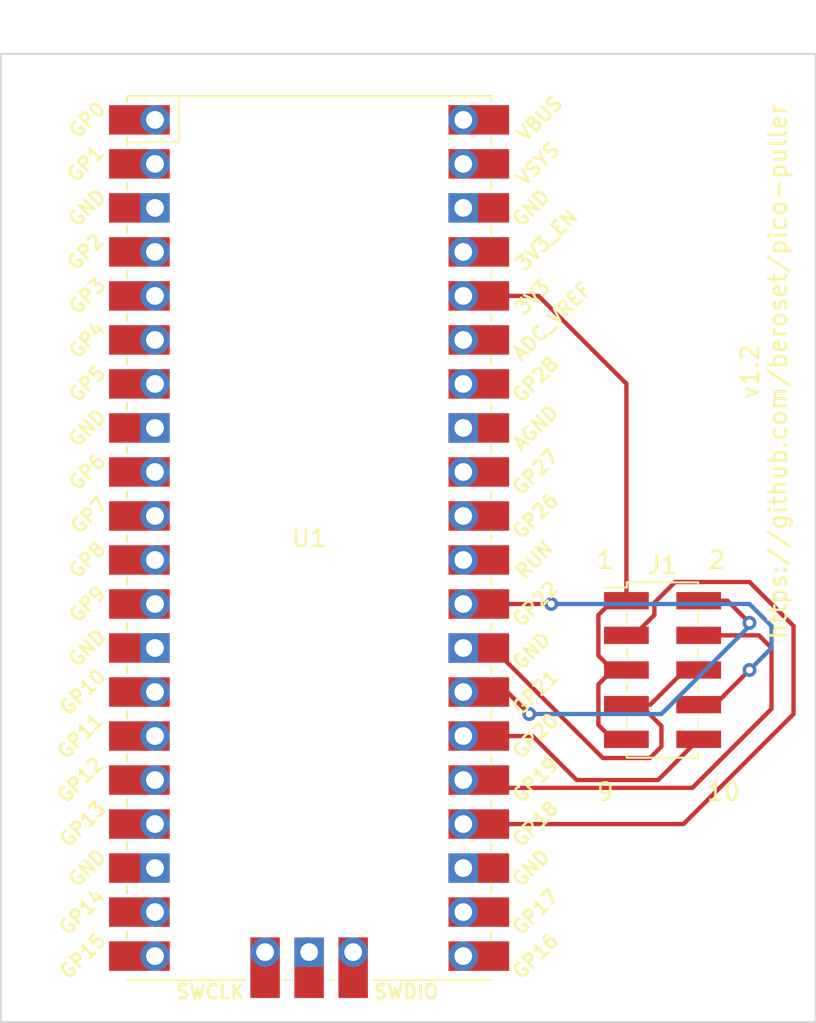
<source format=kicad_pcb>
(kicad_pcb (version 20221018) (generator pcbnew)
  (layers (0 "F.Cu" signal) (31 "B.Cu" signal) (34 "B.Paste" user) (35 "F.Paste" user) (36 "B.SilkS" user "B.Silkscreen") (37 "F.SilkS" user "F.Silkscreen") (38 "B.Mask" user) (39 "F.Mask" user) (44 "Edge.Cuts" user))
  (net 0 "")
  (net 1 "Net-(J1-Pad1)")
  (net 2 "Net-(J1-Pad2)")
  (net 3 "Net-(J1-Pad3)")
  (net 4 "Net-(J1-Pad4)")
  (net 5 "Net-(J1-Pad6)")
  (net 6 "Net-(J1-Pad8)")
  (net 7 "Net-(J1-Pad10)")
  (footprint "Connector_PinHeader_2.00mm:PinHeader_2x05_P2.00mm_Vertical_SMD" (layer "F.Cu") (at 121.985 91.44)
    (fp_text reference "J1" (at 0 -6.06) (layer "F.SilkS"))
    (fp_text value "Conn_02x05_Odd_Even")
    (fp_line (start -3.315 -4.76) (end -2.06 -4.76) (stroke (width 0.12)) (layer "F.SilkS"))
    (fp_line (start -2.06 -5.06) (end -2.06 -4.76) (stroke (width 0.12)) (layer "F.SilkS"))
    (fp_line (start -2.06 -5.06) (end 2.06 -5.06) (stroke (width 0.12)) (layer "F.SilkS"))
    (fp_line (start -2.06 -3.24) (end -2.06 -2.76) (stroke (width 0.12)) (layer "F.SilkS"))
    (fp_line (start -2.06 -1.24) (end -2.06 -0.76) (stroke (width 0.12)) (layer "F.SilkS"))
    (fp_line (start -2.06 0.76) (end -2.06 1.24) (stroke (width 0.12)) (layer "F.SilkS"))
    (fp_line (start -2.06 2.76) (end -2.06 3.24) (stroke (width 0.12)) (layer "F.SilkS"))
    (fp_line (start -2.06 4.76) (end -2.06 5.06) (stroke (width 0.12)) (layer "F.SilkS"))
    (fp_line (start -2.06 5.06) (end 2.06 5.06) (stroke (width 0.12)) (layer "F.SilkS"))
    (fp_line (start 2.06 -5.06) (end 2.06 -4.76) (stroke (width 0.12)) (layer "F.SilkS"))
    (fp_line (start 2.06 -3.24) (end 2.06 -2.76) (stroke (width 0.12)) (layer "F.SilkS"))
    (fp_line (start 2.06 -1.24) (end 2.06 -0.76) (stroke (width 0.12)) (layer "F.SilkS"))
    (fp_line (start 2.06 0.76) (end 2.06 1.24) (stroke (width 0.12)) (layer "F.SilkS"))
    (fp_line (start 2.06 2.76) (end 2.06 3.24) (stroke (width 0.12)) (layer "F.SilkS"))
    (fp_line (start 2.06 4.76) (end 2.06 5.06) (stroke (width 0.12)) (layer "F.SilkS"))
    (pad "1" smd rect (at -2.085 -4) (size 2.58 1) (layers "F.Cu" "F.Paste" "F.Mask") (net 1 "Net-(J1-Pad1)"))
    (pad "2" smd rect (at 2.085 -4) (size 2.58 1) (layers "F.Cu" "F.Paste" "F.Mask") (net 2 "Net-(J1-Pad2)"))
    (pad "3" smd rect (at -2.085 -2) (size 2.58 1) (layers "F.Cu" "F.Paste" "F.Mask") (net 3 "Net-(J1-Pad3)"))
    (pad "4" smd rect (at 2.085 -2) (size 2.58 1) (layers "F.Cu" "F.Paste" "F.Mask") (net 4 "Net-(J1-Pad4)"))
    (pad "5" smd rect (at -2.085 0) (size 2.58 1) (layers "F.Cu" "F.Paste" "F.Mask") (net 1 "Net-(J1-Pad1)"))
    (pad "6" smd rect (at 2.085 0) (size 2.58 1) (layers "F.Cu" "F.Paste" "F.Mask") (net 5 "Net-(J1-Pad6)"))
    (pad "7" smd rect (at -2.085 2) (size 2.58 1) (layers "F.Cu" "F.Paste" "F.Mask") (net 5 "Net-(J1-Pad6)"))
    (pad "8" smd rect (at 2.085 2) (size 2.58 1) (layers "F.Cu" "F.Paste" "F.Mask") (net 6 "Net-(J1-Pad8)"))
    (pad "9" smd rect (at -2.085 4) (size 2.58 1) (layers "F.Cu" "F.Paste" "F.Mask") (net 1 "Net-(J1-Pad1)"))
    (pad "10" smd rect (at 2.085 4) (size 2.58 1) (layers "F.Cu" "F.Paste" "F.Mask") (net 7 "Net-(J1-Pad10)"))
  )
  (footprint "MCU_RaspberryPi_and_Boards:RPi_Pico_SMD_TH" (layer "F.Cu") (at 101.6 83.82)
    (fp_text reference "U1" (at 0 0) (layer "F.SilkS"))
    (fp_text value "Pico")
    (fp_text user "GP2" (at -12.9 -16.51 45) (layer "F.SilkS") (effects (font (size 0.8 0.8))))
    (fp_text user "GP6" (at -12.8 -3.81 45) (layer "F.SilkS") (effects (font (size 0.8 0.8))))
    (fp_text user "GP20" (at 13.054 11.43 45) (layer "F.SilkS") (effects (font (size 0.8 0.8))))
    (fp_text user "GP21" (at 13.054 8.9 45) (layer "F.SilkS") (effects (font (size 0.8 0.8))))
    (fp_text user "ADC_VREF" (at 14 -12.5 45) (layer "F.SilkS") (effects (font (size 0.8 0.8))))
    (fp_text user "GP10" (at -13.054 8.89 45) (layer "F.SilkS") (effects (font (size 0.8 0.8))))
    (fp_text user "GP17" (at 13.054 21.59 45) (layer "F.SilkS") (effects (font (size 0.8 0.8))))
    (fp_text user "AGND" (at 13.054 -6.35 45) (layer "F.SilkS") (effects (font (size 0.8 0.8))))
    (fp_text user "GP27" (at 13.054 -3.8 45) (layer "F.SilkS") (effects (font (size 0.8 0.8))))
    (fp_text user "GP12" (at -13.2 13.97 45) (layer "F.SilkS") (effects (font (size 0.8 0.8))))
    (fp_text user "GP16" (at 13.054 24.13 45) (layer "F.SilkS") (effects (font (size 0.8 0.8))))
    (fp_text user "GP9" (at -12.8 3.81 45) (layer "F.SilkS") (effects (font (size 0.8 0.8))))
    (fp_text user "GP8" (at -12.8 1.27 45) (layer "F.SilkS") (effects (font (size 0.8 0.8))))
    (fp_text user "VBUS" (at 13.3 -24.2 45) (layer "F.SilkS") (effects (font (size 0.8 0.8))))
    (fp_text user "VSYS" (at 13.2 -21.59 45) (layer "F.SilkS") (effects (font (size 0.8 0.8))))
    (fp_text user "SWCLK" (at -5.7 26.2) (layer "F.SilkS") (effects (font (size 0.8 0.8))))
    (fp_text user "GP11" (at -13.2 11.43 45) (layer "F.SilkS") (effects (font (size 0.8 0.8))))
    (fp_text user "GND" (at 12.8 -19.05 45) (layer "F.SilkS") (effects (font (size 0.8 0.8))))
    (fp_text user "GP18" (at 13.054 16.51 45) (layer "F.SilkS") (effects (font (size 0.8 0.8))))
    (fp_text user "GP3" (at -12.8 -13.97 45) (layer "F.SilkS") (effects (font (size 0.8 0.8))))
    (fp_text user "GP7" (at -12.7 -1.3 45) (layer "F.SilkS") (effects (font (size 0.8 0.8))))
    (fp_text user "GP0" (at -12.8 -24.13 45) (layer "F.SilkS") (effects (font (size 0.8 0.8))))
    (fp_text user "GND" (at 12.833693 6.51744 45) (layer "F.SilkS") (effects (font (size 0.8 0.8))))
    (fp_text user "3V3" (at 12.9 -13.9 45) (layer "F.SilkS") (effects (font (size 0.8 0.8))))
    (fp_text user "GND" (at -12.8 19.05 45) (layer "F.SilkS") (effects (font (size 0.8 0.8))))
    (fp_text user "GP28" (at 13.054 -9.144 45) (layer "F.SilkS") (effects (font (size 0.8 0.8))))
    (fp_text user "GND" (at 12.8 19.05 45) (layer "F.SilkS") (effects (font (size 0.8 0.8))))
    (fp_text user "GND" (at -12.8 -6.35 45) (layer "F.SilkS") (effects (font (size 0.8 0.8))))
    (fp_text user "GP1" (at -12.9 -21.6 45) (layer "F.SilkS") (effects (font (size 0.8 0.8))))
    (fp_text user "GP22" (at 13.054 3.81 45) (layer "F.SilkS") (effects (font (size 0.8 0.8))))
    (fp_text user "3V3_EN" (at 13.7 -17.2 45) (layer "F.SilkS") (effects (font (size 0.8 0.8))))
    (fp_text user "GP13" (at -13.054 16.51 45) (layer "F.SilkS") (effects (font (size 0.8 0.8))))
    (fp_text user "GP5" (at -12.8 -8.89 45) (layer "F.SilkS") (effects (font (size 0.8 0.8))))
    (fp_text user "GP4" (at -12.8 -11.43 45) (layer "F.SilkS") (effects (font (size 0.8 0.8))))
    (fp_text user "GP26" (at 13.054 -1.27 45) (layer "F.SilkS") (effects (font (size 0.8 0.8))))
    (fp_text user "GND" (at -12.8 -19.05 45) (layer "F.SilkS") (effects (font (size 0.8 0.8))))
    (fp_text user "GP14" (at -13.1 21.59 45) (layer "F.SilkS") (effects (font (size 0.8 0.8))))
    (fp_text user "GP15" (at -13.054 24.13 45) (layer "F.SilkS") (effects (font (size 0.8 0.8))))
    (fp_text user "GP19" (at 13.054 13.97 45) (layer "F.SilkS") (effects (font (size 0.8 0.8))))
    (fp_text user "RUN" (at 13 1.27 45) (layer "F.SilkS") (effects (font (size 0.8 0.8))))
    (fp_text user "SWDIO" (at 5.6 26.2) (layer "F.SilkS") (effects (font (size 0.8 0.8))))
    (fp_text user "GND" (at -12.8 6.35 45) (layer "F.SilkS") (effects (font (size 0.8 0.8))))
    (fp_line (start -10.5 -25.5) (end -10.5 -25.2) (stroke (width 0.12)) (layer "F.SilkS"))
    (fp_line (start -10.5 -25.5) (end 10.5 -25.5) (stroke (width 0.12)) (layer "F.SilkS"))
    (fp_line (start -10.5 -23.1) (end -10.5 -22.7) (stroke (width 0.12)) (layer "F.SilkS"))
    (fp_line (start -10.5 -22.833) (end -7.493 -22.833) (stroke (width 0.12)) (layer "F.SilkS"))
    (fp_line (start -10.5 -20.5) (end -10.5 -20.1) (stroke (width 0.12)) (layer "F.SilkS"))
    (fp_line (start -10.5 -18) (end -10.5 -17.6) (stroke (width 0.12)) (layer "F.SilkS"))
    (fp_line (start -10.5 -15.4) (end -10.5 -15) (stroke (width 0.12)) (layer "F.SilkS"))
    (fp_line (start -10.5 -12.9) (end -10.5 -12.5) (stroke (width 0.12)) (layer "F.SilkS"))
    (fp_line (start -10.5 -10.4) (end -10.5 -10) (stroke (width 0.12)) (layer "F.SilkS"))
    (fp_line (start -10.5 -7.8) (end -10.5 -7.4) (stroke (width 0.12)) (layer "F.SilkS"))
    (fp_line (start -10.5 -5.3) (end -10.5 -4.9) (stroke (width 0.12)) (layer "F.SilkS"))
    (fp_line (start -10.5 -2.7) (end -10.5 -2.3) (stroke (width 0.12)) (layer "F.SilkS"))
    (fp_line (start -10.5 -0.2) (end -10.5 0.2) (stroke (width 0.12)) (layer "F.SilkS"))
    (fp_line (start -10.5 2.3) (end -10.5 2.7) (stroke (width 0.12)) (layer "F.SilkS"))
    (fp_line (start -10.5 4.9) (end -10.5 5.3) (stroke (width 0.12)) (layer "F.SilkS"))
    (fp_line (start -10.5 7.4) (end -10.5 7.8) (stroke (width 0.12)) (layer "F.SilkS"))
    (fp_line (start -10.5 10) (end -10.5 10.4) (stroke (width 0.12)) (layer "F.SilkS"))
    (fp_line (start -10.5 12.5) (end -10.5 12.9) (stroke (width 0.12)) (layer "F.SilkS"))
    (fp_line (start -10.5 15.1) (end -10.5 15.5) (stroke (width 0.12)) (layer "F.SilkS"))
    (fp_line (start -10.5 17.6) (end -10.5 18) (stroke (width 0.12)) (layer "F.SilkS"))
    (fp_line (start -10.5 20.1) (end -10.5 20.5) (stroke (width 0.12)) (layer "F.SilkS"))
    (fp_line (start -10.5 22.7) (end -10.5 23.1) (stroke (width 0.12)) (layer "F.SilkS"))
    (fp_line (start -7.493 -22.833) (end -7.493 -25.5) (stroke (width 0.12)) (layer "F.SilkS"))
    (fp_line (start -3.7 25.5) (end -10.5 25.5) (stroke (width 0.12)) (layer "F.SilkS"))
    (fp_line (start -1.5 25.5) (end -1.1 25.5) (stroke (width 0.12)) (layer "F.SilkS"))
    (fp_line (start 1.1 25.5) (end 1.5 25.5) (stroke (width 0.12)) (layer "F.SilkS"))
    (fp_line (start 10.5 -25.5) (end 10.5 -25.2) (stroke (width 0.12)) (layer "F.SilkS"))
    (fp_line (start 10.5 -23.1) (end 10.5 -22.7) (stroke (width 0.12)) (layer "F.SilkS"))
    (fp_line (start 10.5 -20.5) (end 10.5 -20.1) (stroke (width 0.12)) (layer "F.SilkS"))
    (fp_line (start 10.5 -18) (end 10.5 -17.6) (stroke (width 0.12)) (layer "F.SilkS"))
    (fp_line (start 10.5 -15.4) (end 10.5 -15) (stroke (width 0.12)) (layer "F.SilkS"))
    (fp_line (start 10.5 -12.9) (end 10.5 -12.5) (stroke (width 0.12)) (layer "F.SilkS"))
    (fp_line (start 10.5 -10.4) (end 10.5 -10) (stroke (width 0.12)) (layer "F.SilkS"))
    (fp_line (start 10.5 -7.8) (end 10.5 -7.4) (stroke (width 0.12)) (layer "F.SilkS"))
    (fp_line (start 10.5 -5.3) (end 10.5 -4.9) (stroke (width 0.12)) (layer "F.SilkS"))
    (fp_line (start 10.5 -2.7) (end 10.5 -2.3) (stroke (width 0.12)) (layer "F.SilkS"))
    (fp_line (start 10.5 -0.2) (end 10.5 0.2) (stroke (width 0.12)) (layer "F.SilkS"))
    (fp_line (start 10.5 2.3) (end 10.5 2.7) (stroke (width 0.12)) (layer "F.SilkS"))
    (fp_line (start 10.5 4.9) (end 10.5 5.3) (stroke (width 0.12)) (layer "F.SilkS"))
    (fp_line (start 10.5 7.4) (end 10.5 7.8) (stroke (width 0.12)) (layer "F.SilkS"))
    (fp_line (start 10.5 10) (end 10.5 10.4) (stroke (width 0.12)) (layer "F.SilkS"))
    (fp_line (start 10.5 12.5) (end 10.5 12.9) (stroke (width 0.12)) (layer "F.SilkS"))
    (fp_line (start 10.5 15.1) (end 10.5 15.5) (stroke (width 0.12)) (layer "F.SilkS"))
    (fp_line (start 10.5 17.6) (end 10.5 18) (stroke (width 0.12)) (layer "F.SilkS"))
    (fp_line (start 10.5 20.1) (end 10.5 20.5) (stroke (width 0.12)) (layer "F.SilkS"))
    (fp_line (start 10.5 22.7) (end 10.5 23.1) (stroke (width 0.12)) (layer "F.SilkS"))
    (fp_line (start 10.5 25.5) (end 3.7 25.5) (stroke (width 0.12)) (layer "F.SilkS"))
    (pad "" np_thru_hole oval (at -2.725 -24) (size 1.8 1.8) (drill 1.8) (layers "*.Cu" "*.Mask"))
    (pad "" np_thru_hole oval (at -2.425 -20.97) (size 1.5 1.5) (drill 1.5) (layers "*.Cu" "*.Mask"))
    (pad "" np_thru_hole oval (at 2.425 -20.97) (size 1.5 1.5) (drill 1.5) (layers "*.Cu" "*.Mask"))
    (pad "" np_thru_hole oval (at 2.725 -24) (size 1.8 1.8) (drill 1.8) (layers "*.Cu" "*.Mask"))
    (pad "1" thru_hole oval (at -8.89 -24.13) (size 1.7 1.7) (drill 1.02) (layers "*.Cu" "*.Mask"))
    (pad "1" smd rect (at -8.89 -24.13) (size 3.5 1.7) (drill (offset -0.9 0)) (layers "F.Cu" "F.Mask"))
    (pad "2" thru_hole oval (at -8.89 -21.59) (size 1.7 1.7) (drill 1.02) (layers "*.Cu" "*.Mask"))
    (pad "2" smd rect (at -8.89 -21.59) (size 3.5 1.7) (drill (offset -0.9 0)) (layers "F.Cu" "F.Mask"))
    (pad "3" thru_hole rect (at -8.89 -19.05) (size 1.7 1.7) (drill 1.02) (layers "*.Cu" "*.Mask"))
    (pad "3" smd rect (at -8.89 -19.05) (size 3.5 1.7) (drill (offset -0.9 0)) (layers "F.Cu" "F.Mask"))
    (pad "4" thru_hole oval (at -8.89 -16.51) (size 1.7 1.7) (drill 1.02) (layers "*.Cu" "*.Mask"))
    (pad "4" smd rect (at -8.89 -16.51) (size 3.5 1.7) (drill (offset -0.9 0)) (layers "F.Cu" "F.Mask"))
    (pad "5" thru_hole oval (at -8.89 -13.97) (size 1.7 1.7) (drill 1.02) (layers "*.Cu" "*.Mask"))
    (pad "5" smd rect (at -8.89 -13.97) (size 3.5 1.7) (drill (offset -0.9 0)) (layers "F.Cu" "F.Mask"))
    (pad "6" thru_hole oval (at -8.89 -11.43) (size 1.7 1.7) (drill 1.02) (layers "*.Cu" "*.Mask"))
    (pad "6" smd rect (at -8.89 -11.43) (size 3.5 1.7) (drill (offset -0.9 0)) (layers "F.Cu" "F.Mask"))
    (pad "7" thru_hole oval (at -8.89 -8.89) (size 1.7 1.7) (drill 1.02) (layers "*.Cu" "*.Mask"))
    (pad "7" smd rect (at -8.89 -8.89) (size 3.5 1.7) (drill (offset -0.9 0)) (layers "F.Cu" "F.Mask"))
    (pad "8" thru_hole rect (at -8.89 -6.35) (size 1.7 1.7) (drill 1.02) (layers "*.Cu" "*.Mask"))
    (pad "8" smd rect (at -8.89 -6.35) (size 3.5 1.7) (drill (offset -0.9 0)) (layers "F.Cu" "F.Mask"))
    (pad "9" thru_hole oval (at -8.89 -3.81) (size 1.7 1.7) (drill 1.02) (layers "*.Cu" "*.Mask"))
    (pad "9" smd rect (at -8.89 -3.81) (size 3.5 1.7) (drill (offset -0.9 0)) (layers "F.Cu" "F.Mask"))
    (pad "10" thru_hole oval (at -8.89 -1.27) (size 1.7 1.7) (drill 1.02) (layers "*.Cu" "*.Mask"))
    (pad "10" smd rect (at -8.89 -1.27) (size 3.5 1.7) (drill (offset -0.9 0)) (layers "F.Cu" "F.Mask"))
    (pad "11" thru_hole oval (at -8.89 1.27) (size 1.7 1.7) (drill 1.02) (layers "*.Cu" "*.Mask"))
    (pad "11" smd rect (at -8.89 1.27) (size 3.5 1.7) (drill (offset -0.9 0)) (layers "F.Cu" "F.Mask"))
    (pad "12" thru_hole oval (at -8.89 3.81) (size 1.7 1.7) (drill 1.02) (layers "*.Cu" "*.Mask"))
    (pad "12" smd rect (at -8.89 3.81) (size 3.5 1.7) (drill (offset -0.9 0)) (layers "F.Cu" "F.Mask"))
    (pad "13" thru_hole rect (at -8.89 6.35) (size 1.7 1.7) (drill 1.02) (layers "*.Cu" "*.Mask"))
    (pad "13" smd rect (at -8.89 6.35) (size 3.5 1.7) (drill (offset -0.9 0)) (layers "F.Cu" "F.Mask"))
    (pad "14" thru_hole oval (at -8.89 8.89) (size 1.7 1.7) (drill 1.02) (layers "*.Cu" "*.Mask"))
    (pad "14" smd rect (at -8.89 8.89) (size 3.5 1.7) (drill (offset -0.9 0)) (layers "F.Cu" "F.Mask"))
    (pad "15" thru_hole oval (at -8.89 11.43) (size 1.7 1.7) (drill 1.02) (layers "*.Cu" "*.Mask"))
    (pad "15" smd rect (at -8.89 11.43) (size 3.5 1.7) (drill (offset -0.9 0)) (layers "F.Cu" "F.Mask"))
    (pad "16" thru_hole oval (at -8.89 13.97) (size 1.7 1.7) (drill 1.02) (layers "*.Cu" "*.Mask"))
    (pad "16" smd rect (at -8.89 13.97) (size 3.5 1.7) (drill (offset -0.9 0)) (layers "F.Cu" "F.Mask"))
    (pad "17" thru_hole oval (at -8.89 16.51) (size 1.7 1.7) (drill 1.02) (layers "*.Cu" "*.Mask"))
    (pad "17" smd rect (at -8.89 16.51) (size 3.5 1.7) (drill (offset -0.9 0)) (layers "F.Cu" "F.Mask"))
    (pad "18" thru_hole rect (at -8.89 19.05) (size 1.7 1.7) (drill 1.02) (layers "*.Cu" "*.Mask"))
    (pad "18" smd rect (at -8.89 19.05) (size 3.5 1.7) (drill (offset -0.9 0)) (layers "F.Cu" "F.Mask"))
    (pad "19" thru_hole oval (at -8.89 21.59) (size 1.7 1.7) (drill 1.02) (layers "*.Cu" "*.Mask"))
    (pad "19" smd rect (at -8.89 21.59) (size 3.5 1.7) (drill (offset -0.9 0)) (layers "F.Cu" "F.Mask"))
    (pad "20" thru_hole oval (at -8.89 24.13) (size 1.7 1.7) (drill 1.02) (layers "*.Cu" "*.Mask"))
    (pad "20" smd rect (at -8.89 24.13) (size 3.5 1.7) (drill (offset -0.9 0)) (layers "F.Cu" "F.Mask"))
    (pad "21" thru_hole oval (at 8.89 24.13) (size 1.7 1.7) (drill 1.02) (layers "*.Cu" "*.Mask"))
    (pad "21" smd rect (at 8.89 24.13) (size 3.5 1.7) (drill (offset 0.9 0)) (layers "F.Cu" "F.Mask"))
    (pad "22" thru_hole oval (at 8.89 21.59) (size 1.7 1.7) (drill 1.02) (layers "*.Cu" "*.Mask"))
    (pad "22" smd rect (at 8.89 21.59) (size 3.5 1.7) (drill (offset 0.9 0)) (layers "F.Cu" "F.Mask"))
    (pad "23" thru_hole rect (at 8.89 19.05) (size 1.7 1.7) (drill 1.02) (layers "*.Cu" "*.Mask"))
    (pad "23" smd rect (at 8.89 19.05) (size 3.5 1.7) (drill (offset 0.9 0)) (layers "F.Cu" "F.Mask"))
    (pad "24" thru_hole oval (at 8.89 16.51) (size 1.7 1.7) (drill 1.02) (layers "*.Cu" "*.Mask") (net 3 "Net-(J1-Pad3)"))
    (pad "24" smd rect (at 8.89 16.51) (size 3.5 1.7) (drill (offset 0.9 0)) (layers "F.Cu" "F.Mask") (net 3 "Net-(J1-Pad3)"))
    (pad "25" thru_hole oval (at 8.89 13.97) (size 1.7 1.7) (drill 1.02) (layers "*.Cu" "*.Mask") (net 4 "Net-(J1-Pad4)"))
    (pad "25" smd rect (at 8.89 13.97) (size 3.5 1.7) (drill (offset 0.9 0)) (layers "F.Cu" "F.Mask") (net 4 "Net-(J1-Pad4)"))
    (pad "26" thru_hole oval (at 8.89 11.43) (size 1.7 1.7) (drill 1.02) (layers "*.Cu" "*.Mask") (net 7 "Net-(J1-Pad10)"))
    (pad "26" smd rect (at 8.89 11.43) (size 3.5 1.7) (drill (offset 0.9 0)) (layers "F.Cu" "F.Mask") (net 7 "Net-(J1-Pad10)"))
    (pad "27" thru_hole oval (at 8.89 8.89) (size 1.7 1.7) (drill 1.02) (layers "*.Cu" "*.Mask") (net 2 "Net-(J1-Pad2)"))
    (pad "27" smd rect (at 8.89 8.89) (size 3.5 1.7) (drill (offset 0.9 0)) (layers "F.Cu" "F.Mask") (net 2 "Net-(J1-Pad2)"))
    (pad "28" thru_hole rect (at 8.89 6.35) (size 1.7 1.7) (drill 1.02) (layers "*.Cu" "*.Mask") (net 5 "Net-(J1-Pad6)"))
    (pad "28" smd rect (at 8.89 6.35) (size 3.5 1.7) (drill (offset 0.9 0)) (layers "F.Cu" "F.Mask") (net 5 "Net-(J1-Pad6)"))
    (pad "29" thru_hole oval (at 8.89 3.81) (size 1.7 1.7) (drill 1.02) (layers "*.Cu" "*.Mask") (net 6 "Net-(J1-Pad8)"))
    (pad "29" smd rect (at 8.89 3.81) (size 3.5 1.7) (drill (offset 0.9 0)) (layers "F.Cu" "F.Mask") (net 6 "Net-(J1-Pad8)"))
    (pad "30" thru_hole oval (at 8.89 1.27) (size 1.7 1.7) (drill 1.02) (layers "*.Cu" "*.Mask"))
    (pad "30" smd rect (at 8.89 1.27) (size 3.5 1.7) (drill (offset 0.9 0)) (layers "F.Cu" "F.Mask"))
    (pad "31" thru_hole oval (at 8.89 -1.27) (size 1.7 1.7) (drill 1.02) (layers "*.Cu" "*.Mask"))
    (pad "31" smd rect (at 8.89 -1.27) (size 3.5 1.7) (drill (offset 0.9 0)) (layers "F.Cu" "F.Mask"))
    (pad "32" thru_hole oval (at 8.89 -3.81) (size 1.7 1.7) (drill 1.02) (layers "*.Cu" "*.Mask"))
    (pad "32" smd rect (at 8.89 -3.81) (size 3.5 1.7) (drill (offset 0.9 0)) (layers "F.Cu" "F.Mask"))
    (pad "33" thru_hole rect (at 8.89 -6.35) (size 1.7 1.7) (drill 1.02) (layers "*.Cu" "*.Mask"))
    (pad "33" smd rect (at 8.89 -6.35) (size 3.5 1.7) (drill (offset 0.9 0)) (layers "F.Cu" "F.Mask"))
    (pad "34" thru_hole oval (at 8.89 -8.89) (size 1.7 1.7) (drill 1.02) (layers "*.Cu" "*.Mask"))
    (pad "34" smd rect (at 8.89 -8.89) (size 3.5 1.7) (drill (offset 0.9 0)) (layers "F.Cu" "F.Mask"))
    (pad "35" thru_hole oval (at 8.89 -11.43) (size 1.7 1.7) (drill 1.02) (layers "*.Cu" "*.Mask"))
    (pad "35" smd rect (at 8.89 -11.43) (size 3.5 1.7) (drill (offset 0.9 0)) (layers "F.Cu" "F.Mask"))
    (pad "36" thru_hole oval (at 8.89 -13.97) (size 1.7 1.7) (drill 1.02) (layers "*.Cu" "*.Mask") (net 1 "Net-(J1-Pad1)"))
    (pad "36" smd rect (at 8.89 -13.97) (size 3.5 1.7) (drill (offset 0.9 0)) (layers "F.Cu" "F.Mask") (net 1 "Net-(J1-Pad1)"))
    (pad "37" thru_hole oval (at 8.89 -16.51) (size 1.7 1.7) (drill 1.02) (layers "*.Cu" "*.Mask"))
    (pad "37" smd rect (at 8.89 -16.51) (size 3.5 1.7) (drill (offset 0.9 0)) (layers "F.Cu" "F.Mask"))
    (pad "38" thru_hole rect (at 8.89 -19.05) (size 1.7 1.7) (drill 1.02) (layers "*.Cu" "*.Mask"))
    (pad "38" smd rect (at 8.89 -19.05) (size 3.5 1.7) (drill (offset 0.9 0)) (layers "F.Cu" "F.Mask"))
    (pad "39" thru_hole oval (at 8.89 -21.59) (size 1.7 1.7) (drill 1.02) (layers "*.Cu" "*.Mask"))
    (pad "39" smd rect (at 8.89 -21.59) (size 3.5 1.7) (drill (offset 0.9 0)) (layers "F.Cu" "F.Mask"))
    (pad "40" thru_hole oval (at 8.89 -24.13) (size 1.7 1.7) (drill 1.02) (layers "*.Cu" "*.Mask"))
    (pad "40" smd rect (at 8.89 -24.13) (size 3.5 1.7) (drill (offset 0.9 0)) (layers "F.Cu" "F.Mask"))
    (pad "41" thru_hole oval (at -2.54 23.9) (size 1.7 1.7) (drill 1.02) (layers "*.Cu" "*.Mask"))
    (pad "41" smd rect (at -2.54 23.9 90) (size 3.5 1.7) (drill (offset -0.9 0)) (layers "F.Cu" "F.Mask"))
    (pad "42" thru_hole rect (at 0 23.9) (size 1.7 1.7) (drill 1.02) (layers "*.Cu" "*.Mask"))
    (pad "42" smd rect (at 0 23.9 90) (size 3.5 1.7) (drill (offset -0.9 0)) (layers "F.Cu" "F.Mask"))
    (pad "43" thru_hole oval (at 2.54 23.9) (size 1.7 1.7) (drill 1.02) (layers "*.Cu" "*.Mask"))
    (pad "43" smd rect (at 2.54 23.9 90) (size 3.5 1.7) (drill (offset -0.9 0)) (layers "F.Cu" "F.Mask"))
  )
  (gr_rect (start 83.82 55.88) (end 130.81 111.76) (stroke (width 0.1)) (fill none) (layer "Edge.Cuts"))
  (gr_text "9" (at 118.11 99.06) (layer "F.SilkS") (effects (font (size 1 1)) (justify left bottom)))
  (gr_text "1" (at 118.101277 85.661971) (layer "F.SilkS") (effects (font (size 1 1)) (justify left bottom)))
  (gr_text "10" (at 124.46 99.06) (layer "F.SilkS") (effects (font (size 1 1)) (justify left bottom)))
  (gr_text "2" (at 124.525716 85.6742) (layer "F.SilkS") (effects (font (size 1 1)) (justify left bottom)))
  (gr_text "v1.2\nhttps://github.com/beroset/pico-puller\n" (at 127.831908 74.225803 90) (layer "F.SilkS") (effects (font (size 1 1))))
  (segment (start 118.285489 94.615489) (end 119.11 95.44) (width 0.25) (layer "F.Cu") (net 1))
  (segment (start 119.9 74.92) (end 114.83 69.85) (width 0.25) (layer "F.Cu") (net 1))
  (segment (start 119.11 91.44) (end 118.285489 92.264511) (width 0.25) (layer "F.Cu") (net 1))
  (segment (start 119.9 87.44) (end 119.11 87.44) (width 0.25) (layer "F.Cu") (net 1))
  (segment (start 119.11 95.44) (end 119.9 95.44) (width 0.25) (layer "F.Cu") (net 1))
  (segment (start 118.285489 88.264511) (end 118.285489 90.615489) (width 0.25) (layer "F.Cu") (net 1))
  (segment (start 119.11 87.44) (end 118.285489 88.264511) (width 0.25) (layer "F.Cu") (net 1))
  (segment (start 120.035 91.44) (end 119.205 91.44) (width 0.25) (layer "F.Cu") (net 1))
  (segment (start 118.285489 92.264511) (end 118.285489 94.615489) (width 0.25) (layer "F.Cu") (net 1))
  (segment (start 114.83 69.85) (end 110.49 69.85) (width 0.25) (layer "F.Cu") (net 1))
  (segment (start 119.9 87.44) (end 119.9 74.92) (width 0.25) (layer "F.Cu") (net 1))
  (segment (start 119.9 91.44) (end 119.11 91.44) (width 0.25) (layer "F.Cu") (net 1))
  (segment (start 118.285489 90.615489) (end 119.11 91.44) (width 0.25) (layer "F.Cu") (net 1))
  (segment (start 125.7245 87.44) (end 127 88.7155) (width 0.25) (layer "F.Cu") (net 2))
  (segment (start 114.3 93.98) (end 113.03 92.71) (width 0.25) (layer "F.Cu") (net 2))
  (segment (start 124.07 87.44) (end 125.7245 87.44) (width 0.25) (layer "F.Cu") (net 2))
  (via (at 127 88.7155) (size 0.8) (drill 0.4) (layers "F.Cu" "B.Cu") (net 2))
  (via (at 114.3 93.98) (size 0.8) (drill 0.4) (layers "F.Cu" "B.Cu") (net 2))
  (segment (start 114.3 93.98) (end 115.57 93.98) (width 0.25) (layer "B.Cu") (net 2))
  (segment (start 121.92 93.98) (end 127 88.9) (width 0.25) (layer "B.Cu") (net 2))
  (segment (start 127 88.9) (end 127 88.7155) (width 0.25) (layer "B.Cu") (net 2))
  (segment (start 115.57 93.98) (end 121.92 93.98) (width 0.25) (layer "B.Cu") (net 2))
  (segment (start 129.54 93.98) (end 129.54 88.9) (width 0.25) (layer "F.Cu") (net 3))
  (segment (start 110.49 100.33) (end 123.19 100.33) (width 0.25) (layer "F.Cu") (net 3))
  (segment (start 127 86.36) (end 122.710978 86.36) (width 0.25) (layer "F.Cu") (net 3))
  (segment (start 129.54 88.9) (end 127 86.36) (width 0.25) (layer "F.Cu") (net 3))
  (segment (start 120.339022 89.44) (end 119.9 89.44) (width 0.25) (layer "F.Cu") (net 3))
  (segment (start 122.710978 86.36) (end 121.514511 87.556467) (width 0.25) (layer "F.Cu") (net 3))
  (segment (start 121.514511 87.556467) (end 121.514511 88.264511) (width 0.25) (layer "F.Cu") (net 3))
  (segment (start 123.19 100.33) (end 129.54 93.98) (width 0.25) (layer "F.Cu") (net 3))
  (segment (start 121.514511 88.264511) (end 120.339022 89.44) (width 0.25) (layer "F.Cu") (net 3))
  (segment (start 110.49 97.79) (end 110.939511 98.239511) (width 0.25) (layer "F.Cu") (net 4))
  (segment (start 128.27 90.17) (end 127.54 89.44) (width 0.25) (layer "F.Cu") (net 4))
  (segment (start 123.709511 98.239511) (end 128.27 93.679022) (width 0.25) (layer "F.Cu") (net 4))
  (segment (start 110.939511 98.239511) (end 123.709511 98.239511) (width 0.25) (layer "F.Cu") (net 4))
  (segment (start 128.27 93.679022) (end 128.27 90.17) (width 0.25) (layer "F.Cu") (net 4))
  (segment (start 127.54 89.44) (end 124.07 89.44) (width 0.25) (layer "F.Cu") (net 4))
  (segment (start 120.69 93.44) (end 119.9 93.44) (width 0.25) (layer "F.Cu") (net 5))
  (segment (start 121.92 95.859022) (end 121.92 94.67) (width 0.25) (layer "F.Cu") (net 5))
  (segment (start 123.28 91.44) (end 121.28 93.44) (width 0.25) (layer "F.Cu") (net 5))
  (segment (start 121.92 94.67) (end 120.69 93.44) (width 0.25) (layer "F.Cu") (net 5))
  (segment (start 110.49 90.17) (end 112.190978 90.17) (width 0.25) (layer "F.Cu") (net 5))
  (segment (start 121.28 93.44) (end 119.9 93.44) (width 0.25) (layer "F.Cu") (net 5))
  (segment (start 118.540978 96.52) (end 121.259022 96.52) (width 0.25) (layer "F.Cu") (net 5))
  (segment (start 121.259022 96.52) (end 121.92 95.859022) (width 0.25) (layer "F.Cu") (net 5))
  (segment (start 112.190978 90.17) (end 118.540978 96.52) (width 0.25) (layer "F.Cu") (net 5))
  (segment (start 124.07 91.44) (end 123.28 91.44) (width 0.25) (layer "F.Cu") (net 5))
  (segment (start 115.57 87.63) (end 110.49 87.63) (width 0.25) (layer "F.Cu") (net 6))
  (segment (start 125 93.44) (end 127 91.44) (width 0.25) (layer "F.Cu") (net 6))
  (segment (start 124.07 93.44) (end 125 93.44) (width 0.25) (layer "F.Cu") (net 6))
  (via (at 115.57 87.63) (size 0.8) (drill 0.4) (layers "F.Cu" "B.Cu") (net 6))
  (via (at 127 91.44) (size 0.8) (drill 0.4) (layers "F.Cu" "B.Cu") (net 6))
  (segment (start 128.27 88.9) (end 127 87.63) (width 0.25) (layer "B.Cu") (net 6))
  (segment (start 127 87.63) (end 115.57 87.63) (width 0.25) (layer "B.Cu") (net 6))
  (segment (start 127 91.44) (end 128.27 90.17) (width 0.25) (layer "B.Cu") (net 6))
  (segment (start 128.27 90.17) (end 128.27 88.9) (width 0.25) (layer "B.Cu") (net 6))
  (segment (start 122.795978 96.714022) (end 122.795978 96.722363) (width 0.25) (layer "F.Cu") (net 7))
  (segment (start 124.07 95.44) (end 122.795978 96.714022) (width 0.25) (layer "F.Cu") (net 7))
  (segment (start 114.491659 95.25) (end 110.49 95.25) (width 0.25) (layer "F.Cu") (net 7))
  (segment (start 121.728341 97.79) (end 117.031659 97.79) (width 0.25) (layer "F.Cu") (net 7))
  (segment (start 122.795978 96.722363) (end 121.728341 97.79) (width 0.25) (layer "F.Cu") (net 7))
  (segment (start 117.031659 97.79) (end 114.491659 95.25) (width 0.25) (layer "F.Cu") (net 7))
)
</source>
